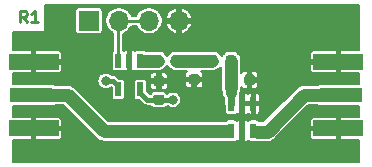
<source format=gtl>
G04 #@! TF.GenerationSoftware,KiCad,Pcbnew,5.1.6-c6e7f7d~86~ubuntu18.04.1*
G04 #@! TF.CreationDate,2020-07-08T22:54:29-04:00*
G04 #@! TF.ProjectId,rf-detector,72662d64-6574-4656-9374-6f722e6b6963,rev?*
G04 #@! TF.SameCoordinates,Original*
G04 #@! TF.FileFunction,Copper,L1,Top*
G04 #@! TF.FilePolarity,Positive*
%FSLAX46Y46*%
G04 Gerber Fmt 4.6, Leading zero omitted, Abs format (unit mm)*
G04 Created by KiCad (PCBNEW 5.1.6-c6e7f7d~86~ubuntu18.04.1) date 2020-07-08 22:54:29*
%MOMM*%
%LPD*%
G01*
G04 APERTURE LIST*
G04 #@! TA.AperFunction,NonConductor*
%ADD10C,0.250000*%
G04 #@! TD*
G04 #@! TA.AperFunction,SMDPad,CuDef*
%ADD11R,0.508000X1.219200*%
G04 #@! TD*
G04 #@! TA.AperFunction,ComponentPad*
%ADD12R,1.700000X1.700000*%
G04 #@! TD*
G04 #@! TA.AperFunction,ComponentPad*
%ADD13O,1.700000X1.700000*%
G04 #@! TD*
G04 #@! TA.AperFunction,SMDPad,CuDef*
%ADD14R,0.508000X1.270000*%
G04 #@! TD*
G04 #@! TA.AperFunction,SMDPad,CuDef*
%ADD15R,4.200000X1.350000*%
G04 #@! TD*
G04 #@! TA.AperFunction,SMDPad,CuDef*
%ADD16R,3.600000X1.270000*%
G04 #@! TD*
G04 #@! TA.AperFunction,ViaPad*
%ADD17C,0.800000*%
G04 #@! TD*
G04 #@! TA.AperFunction,Conductor*
%ADD18C,1.140000*%
G04 #@! TD*
G04 #@! TA.AperFunction,Conductor*
%ADD19C,0.904000*%
G04 #@! TD*
G04 #@! TA.AperFunction,Conductor*
%ADD20C,0.400000*%
G04 #@! TD*
G04 #@! TA.AperFunction,Conductor*
%ADD21C,0.250000*%
G04 #@! TD*
G04 #@! TA.AperFunction,Conductor*
%ADD22C,0.900000*%
G04 #@! TD*
G04 #@! TA.AperFunction,Conductor*
%ADD23C,0.600000*%
G04 #@! TD*
G04 #@! TA.AperFunction,Conductor*
%ADD24C,0.200000*%
G04 #@! TD*
G04 APERTURE END LIST*
D10*
X98533333Y-88852380D02*
X98200000Y-88376190D01*
X97961904Y-88852380D02*
X97961904Y-87852380D01*
X98342857Y-87852380D01*
X98438095Y-87900000D01*
X98485714Y-87947619D01*
X98533333Y-88042857D01*
X98533333Y-88185714D01*
X98485714Y-88280952D01*
X98438095Y-88328571D01*
X98342857Y-88376190D01*
X97961904Y-88376190D01*
X99485714Y-88852380D02*
X98914285Y-88852380D01*
X99200000Y-88852380D02*
X99200000Y-87852380D01*
X99104761Y-87995238D01*
X99009523Y-88090476D01*
X98914285Y-88138095D01*
G04 #@! TO.P,C2,1*
G04 #@! TO.N,GND*
G04 #@! TA.AperFunction,SMDPad,CuDef*
G36*
G01*
X109443750Y-93375000D02*
X109956250Y-93375000D01*
G75*
G02*
X110175000Y-93593750I0J-218750D01*
G01*
X110175000Y-94031250D01*
G75*
G02*
X109956250Y-94250000I-218750J0D01*
G01*
X109443750Y-94250000D01*
G75*
G02*
X109225000Y-94031250I0J218750D01*
G01*
X109225000Y-93593750D01*
G75*
G02*
X109443750Y-93375000I218750J0D01*
G01*
G37*
G04 #@! TD.AperFunction*
G04 #@! TO.P,C2,2*
G04 #@! TO.N,ENABLE*
G04 #@! TA.AperFunction,SMDPad,CuDef*
G36*
G01*
X109443750Y-94950000D02*
X109956250Y-94950000D01*
G75*
G02*
X110175000Y-95168750I0J-218750D01*
G01*
X110175000Y-95606250D01*
G75*
G02*
X109956250Y-95825000I-218750J0D01*
G01*
X109443750Y-95825000D01*
G75*
G02*
X109225000Y-95606250I0J218750D01*
G01*
X109225000Y-95168750D01*
G75*
G02*
X109443750Y-94950000I218750J0D01*
G01*
G37*
G04 #@! TD.AperFunction*
G04 #@! TD*
D11*
G04 #@! TO.P,U2,1*
G04 #@! TO.N,Net-(C1-Pad1)*
X108139800Y-92080800D03*
G04 #@! TO.P,U2,2*
G04 #@! TO.N,GND*
X107200000Y-92080800D03*
G04 #@! TO.P,U2,3*
G04 #@! TO.N,ENABLE*
X106260200Y-92080800D03*
G04 #@! TO.P,U2,4*
G04 #@! TO.N,RF_POW*
X106260200Y-94519200D03*
G04 #@! TO.P,U2,5*
G04 #@! TO.N,ENABLE*
X108139800Y-94519200D03*
G04 #@! TD*
D12*
G04 #@! TO.P,J3,1*
G04 #@! TO.N,RF_POW*
X103780000Y-88710000D03*
D13*
G04 #@! TO.P,J3,2*
G04 #@! TO.N,ENABLE*
X106320000Y-88710000D03*
G04 #@! TO.P,J3,3*
X108860000Y-88710000D03*
G04 #@! TO.P,J3,4*
G04 #@! TO.N,GND*
X111400000Y-88710000D03*
G04 #@! TD*
G04 #@! TO.P,C1,1*
G04 #@! TO.N,Net-(C1-Pad1)*
G04 #@! TA.AperFunction,SMDPad,CuDef*
G36*
G01*
X109175000Y-92356250D02*
X109175000Y-91843750D01*
G75*
G02*
X109393750Y-91625000I218750J0D01*
G01*
X109831250Y-91625000D01*
G75*
G02*
X110050000Y-91843750I0J-218750D01*
G01*
X110050000Y-92356250D01*
G75*
G02*
X109831250Y-92575000I-218750J0D01*
G01*
X109393750Y-92575000D01*
G75*
G02*
X109175000Y-92356250I0J218750D01*
G01*
G37*
G04 #@! TD.AperFunction*
G04 #@! TO.P,C1,2*
G04 #@! TO.N,Net-(C1-Pad2)*
G04 #@! TA.AperFunction,SMDPad,CuDef*
G36*
G01*
X110750000Y-92356250D02*
X110750000Y-91843750D01*
G75*
G02*
X110968750Y-91625000I218750J0D01*
G01*
X111406250Y-91625000D01*
G75*
G02*
X111625000Y-91843750I0J-218750D01*
G01*
X111625000Y-92356250D01*
G75*
G02*
X111406250Y-92575000I-218750J0D01*
G01*
X110968750Y-92575000D01*
G75*
G02*
X110750000Y-92356250I0J218750D01*
G01*
G37*
G04 #@! TD.AperFunction*
G04 #@! TD*
G04 #@! TO.P,R1,1*
G04 #@! TO.N,Net-(R1-Pad1)*
G04 #@! TA.AperFunction,SMDPad,CuDef*
G36*
G01*
X115375000Y-93956250D02*
X115375000Y-93443750D01*
G75*
G02*
X115593750Y-93225000I218750J0D01*
G01*
X116031250Y-93225000D01*
G75*
G02*
X116250000Y-93443750I0J-218750D01*
G01*
X116250000Y-93956250D01*
G75*
G02*
X116031250Y-94175000I-218750J0D01*
G01*
X115593750Y-94175000D01*
G75*
G02*
X115375000Y-93956250I0J218750D01*
G01*
G37*
G04 #@! TD.AperFunction*
G04 #@! TO.P,R1,2*
G04 #@! TO.N,GND*
G04 #@! TA.AperFunction,SMDPad,CuDef*
G36*
G01*
X116950000Y-93956250D02*
X116950000Y-93443750D01*
G75*
G02*
X117168750Y-93225000I218750J0D01*
G01*
X117606250Y-93225000D01*
G75*
G02*
X117825000Y-93443750I0J-218750D01*
G01*
X117825000Y-93956250D01*
G75*
G02*
X117606250Y-94175000I-218750J0D01*
G01*
X117168750Y-94175000D01*
G75*
G02*
X116950000Y-93956250I0J218750D01*
G01*
G37*
G04 #@! TD.AperFunction*
G04 #@! TD*
G04 #@! TO.P,R3,1*
G04 #@! TO.N,Net-(C1-Pad2)*
G04 #@! TA.AperFunction,SMDPad,CuDef*
G36*
G01*
X113795000Y-92356250D02*
X113795000Y-91843750D01*
G75*
G02*
X114013750Y-91625000I218750J0D01*
G01*
X114451250Y-91625000D01*
G75*
G02*
X114670000Y-91843750I0J-218750D01*
G01*
X114670000Y-92356250D01*
G75*
G02*
X114451250Y-92575000I-218750J0D01*
G01*
X114013750Y-92575000D01*
G75*
G02*
X113795000Y-92356250I0J218750D01*
G01*
G37*
G04 #@! TD.AperFunction*
G04 #@! TO.P,R3,2*
G04 #@! TO.N,Net-(R1-Pad1)*
G04 #@! TA.AperFunction,SMDPad,CuDef*
G36*
G01*
X115370000Y-92356250D02*
X115370000Y-91843750D01*
G75*
G02*
X115588750Y-91625000I218750J0D01*
G01*
X116026250Y-91625000D01*
G75*
G02*
X116245000Y-91843750I0J-218750D01*
G01*
X116245000Y-92356250D01*
G75*
G02*
X116026250Y-92575000I-218750J0D01*
G01*
X115588750Y-92575000D01*
G75*
G02*
X115370000Y-92356250I0J218750D01*
G01*
G37*
G04 #@! TD.AperFunction*
G04 #@! TD*
G04 #@! TO.P,R4,2*
G04 #@! TO.N,Net-(C1-Pad2)*
G04 #@! TA.AperFunction,SMDPad,CuDef*
G36*
G01*
X112956250Y-92550000D02*
X112443750Y-92550000D01*
G75*
G02*
X112225000Y-92331250I0J218750D01*
G01*
X112225000Y-91893750D01*
G75*
G02*
X112443750Y-91675000I218750J0D01*
G01*
X112956250Y-91675000D01*
G75*
G02*
X113175000Y-91893750I0J-218750D01*
G01*
X113175000Y-92331250D01*
G75*
G02*
X112956250Y-92550000I-218750J0D01*
G01*
G37*
G04 #@! TD.AperFunction*
G04 #@! TO.P,R4,1*
G04 #@! TO.N,GND*
G04 #@! TA.AperFunction,SMDPad,CuDef*
G36*
G01*
X112956250Y-94125000D02*
X112443750Y-94125000D01*
G75*
G02*
X112225000Y-93906250I0J218750D01*
G01*
X112225000Y-93468750D01*
G75*
G02*
X112443750Y-93250000I218750J0D01*
G01*
X112956250Y-93250000D01*
G75*
G02*
X113175000Y-93468750I0J-218750D01*
G01*
X113175000Y-93906250D01*
G75*
G02*
X112956250Y-94125000I-218750J0D01*
G01*
G37*
G04 #@! TD.AperFunction*
G04 #@! TD*
D14*
G04 #@! TO.P,U1,5*
G04 #@! TO.N,GND*
X116760200Y-98000000D03*
G04 #@! TO.P,U1,4*
G04 #@! TO.N,Net-(J1-Pad1)*
X115820400Y-98000000D03*
G04 #@! TO.P,U1,6*
G04 #@! TO.N,Net-(J2-Pad1)*
X117700000Y-98000000D03*
G04 #@! TO.P,U1,1*
G04 #@! TO.N,GND*
X117700000Y-95714000D03*
G04 #@! TO.P,U1,2*
X116760200Y-95714000D03*
G04 #@! TO.P,U1,3*
G04 #@! TO.N,Net-(R1-Pad1)*
X115820400Y-95714000D03*
G04 #@! TD*
D15*
G04 #@! TO.P,J1,2*
G04 #@! TO.N,GND*
X99100000Y-92175000D03*
X99100000Y-97825000D03*
D16*
G04 #@! TO.P,J1,1*
G04 #@! TO.N,Net-(J1-Pad1)*
X98900000Y-95000000D03*
G04 #@! TD*
G04 #@! TO.P,J2,1*
G04 #@! TO.N,Net-(J2-Pad1)*
X125100000Y-95000000D03*
D15*
G04 #@! TO.P,J2,2*
G04 #@! TO.N,GND*
X124900000Y-92175000D03*
X124900000Y-97825000D03*
G04 #@! TD*
D17*
G04 #@! TO.N,GND*
X116750000Y-96850000D03*
X114880000Y-96800000D03*
X118610000Y-96690000D03*
X118710000Y-93720000D03*
X117370000Y-92330000D03*
X114510000Y-93410000D03*
X114500000Y-94680000D03*
X112730000Y-95000000D03*
X111320000Y-93610000D03*
X99100000Y-90700000D03*
X102000000Y-92100000D03*
X99100000Y-93590000D03*
X99190000Y-96400000D03*
X102110000Y-96840000D03*
X99140000Y-99270000D03*
X124890000Y-90550000D03*
X121930000Y-92090000D03*
X124900000Y-93600000D03*
X124890000Y-96380000D03*
X122100000Y-97800000D03*
X124850000Y-99200000D03*
X123510000Y-96430000D03*
X122200000Y-96500000D03*
X120570000Y-98150000D03*
X119560000Y-99110000D03*
X118330000Y-99320000D03*
X123540000Y-93610000D03*
X122010000Y-93750000D03*
X120690000Y-94560000D03*
X119690000Y-95570000D03*
X116770000Y-99300000D03*
X115210000Y-99300000D03*
X113910000Y-99290000D03*
X112570000Y-99290000D03*
X111170000Y-99310000D03*
X109600000Y-99300000D03*
X108040000Y-99300000D03*
X106430000Y-99330000D03*
X105020000Y-99310000D03*
X103870000Y-98580000D03*
X103060000Y-97790000D03*
X101380000Y-96230000D03*
X101410000Y-93770000D03*
X102690000Y-93930000D03*
X103530000Y-94820000D03*
X104390000Y-95670000D03*
X105300000Y-96580000D03*
X106590000Y-96870000D03*
X108190000Y-96860000D03*
X109720000Y-96870000D03*
X111490000Y-96860000D03*
X113270000Y-96850000D03*
X100570000Y-99280000D03*
X101920000Y-98940000D03*
X100400000Y-90700000D03*
X101600000Y-90900000D03*
X126110000Y-90520000D03*
X122300000Y-90700000D03*
X123590000Y-90550000D03*
X122200000Y-99000000D03*
X123400000Y-99200000D03*
X126100000Y-99200000D03*
X126110000Y-96390000D03*
X126110000Y-93590000D03*
X97870000Y-93620000D03*
X97840000Y-96390000D03*
X97930000Y-99310000D03*
X100290000Y-96360000D03*
X100260000Y-93590000D03*
X97900000Y-90700000D03*
X108160000Y-90760000D03*
X110410000Y-90780000D03*
X111750000Y-90760000D03*
X112990000Y-90760000D03*
X114340000Y-90810000D03*
X115460000Y-90800000D03*
X116710000Y-91040000D03*
X107190000Y-90780000D03*
X107200000Y-93500000D03*
X102000000Y-97800000D03*
X121440000Y-97300000D03*
X126200000Y-87900000D03*
X119500000Y-91100000D03*
X123300000Y-88700000D03*
X119400000Y-88100000D03*
X113900000Y-88200000D03*
X118200000Y-89000000D03*
X101500000Y-87800000D03*
X105000000Y-90700000D03*
X121000000Y-99900000D03*
X103200000Y-99800000D03*
G04 #@! TO.N,RF_POW*
X105200000Y-93800000D03*
G04 #@! TO.N,ENABLE*
X110900000Y-95400000D03*
G04 #@! TD*
D18*
G04 #@! TO.N,Net-(C1-Pad1)*
X109612500Y-92100000D02*
X108400000Y-92100000D01*
D19*
G04 #@! TO.N,Net-(C1-Pad2)*
X112712500Y-92100000D02*
X112700000Y-92112500D01*
D18*
X114232500Y-92100000D02*
X112712500Y-92100000D01*
D19*
X112687500Y-92100000D02*
X112700000Y-92112500D01*
D18*
X111187500Y-92100000D02*
X112687500Y-92100000D01*
G04 #@! TO.N,Net-(J1-Pad1)*
X101980001Y-95000000D02*
X101220000Y-95000000D01*
X105040001Y-98060000D02*
X101980001Y-95000000D01*
X115500000Y-98060000D02*
X105040001Y-98060000D01*
X101220000Y-95000000D02*
X98900000Y-95000000D01*
G04 #@! TO.N,Net-(J2-Pad1)*
X118900000Y-98100000D02*
X118000000Y-98100000D01*
X122000000Y-95000000D02*
X125100000Y-95000000D01*
X118900000Y-98100000D02*
X122000000Y-95000000D01*
D20*
G04 #@! TO.N,RF_POW*
X105200000Y-93800000D02*
X105800000Y-93800000D01*
X106260200Y-94260200D02*
X106260200Y-94519200D01*
X105800000Y-93800000D02*
X106260200Y-94260200D01*
G04 #@! TO.N,ENABLE*
X108139800Y-94519200D02*
X108139800Y-94819800D01*
X108707500Y-95387500D02*
X109700000Y-95387500D01*
X108139800Y-94819800D02*
X108707500Y-95387500D01*
D21*
X106260200Y-88769800D02*
X106320000Y-88710000D01*
X106260200Y-92080800D02*
X106260200Y-88769800D01*
X106320000Y-88710000D02*
X108860000Y-88710000D01*
D20*
X109712500Y-95400000D02*
X109700000Y-95387500D01*
X110900000Y-95400000D02*
X109712500Y-95400000D01*
D18*
G04 #@! TO.N,Net-(R1-Pad1)*
X115807500Y-92100000D02*
X115807500Y-93695000D01*
D22*
X115812500Y-94842500D02*
X115820400Y-94850400D01*
D23*
X115820400Y-95714000D02*
X115820400Y-94850400D01*
D18*
X115812500Y-94386698D02*
X115812500Y-94052500D01*
X115812500Y-93700000D02*
X115812500Y-94386698D01*
D22*
X115812500Y-94052500D02*
X115812500Y-94842500D01*
G04 #@! TD*
D24*
G04 #@! TO.N,GND*
G36*
X126650000Y-91198820D02*
G01*
X125129000Y-91200000D01*
X125054000Y-91275000D01*
X125054000Y-92021000D01*
X125074000Y-92021000D01*
X125074000Y-92329000D01*
X125054000Y-92329000D01*
X125054000Y-93075000D01*
X125129000Y-93150000D01*
X126650000Y-93151180D01*
X126650001Y-94063549D01*
X123300000Y-94063549D01*
X123241190Y-94069341D01*
X123184640Y-94086496D01*
X123132523Y-94114353D01*
X123113457Y-94130000D01*
X122042723Y-94130000D01*
X121999999Y-94125792D01*
X121957275Y-94130000D01*
X121957266Y-94130000D01*
X121829450Y-94142589D01*
X121665455Y-94192336D01*
X121621404Y-94215882D01*
X121514315Y-94273122D01*
X121415034Y-94354600D01*
X121381841Y-94381841D01*
X121354602Y-94415032D01*
X118539635Y-97230000D01*
X118222006Y-97230000D01*
X118204647Y-97197523D01*
X118167158Y-97151842D01*
X118121477Y-97114353D01*
X118069360Y-97086496D01*
X118012810Y-97069341D01*
X117954000Y-97063549D01*
X117446000Y-97063549D01*
X117387190Y-97069341D01*
X117330640Y-97086496D01*
X117278523Y-97114353D01*
X117232842Y-97151842D01*
X117230101Y-97155182D01*
X117227359Y-97151841D01*
X117181678Y-97114352D01*
X117129561Y-97086495D01*
X117073010Y-97069340D01*
X117014200Y-97063548D01*
X116989200Y-97065000D01*
X116914200Y-97140000D01*
X116914200Y-97846000D01*
X116934200Y-97846000D01*
X116934200Y-98154000D01*
X116914200Y-98154000D01*
X116914200Y-98860000D01*
X116989200Y-98935000D01*
X117014200Y-98936452D01*
X117073010Y-98930660D01*
X117129561Y-98913505D01*
X117181678Y-98885648D01*
X117227359Y-98848159D01*
X117230101Y-98844818D01*
X117232842Y-98848158D01*
X117278523Y-98885647D01*
X117330640Y-98913504D01*
X117387190Y-98930659D01*
X117446000Y-98936451D01*
X117760354Y-98936451D01*
X117829450Y-98957411D01*
X117957266Y-98970000D01*
X118857276Y-98970000D01*
X118900000Y-98974208D01*
X118942724Y-98970000D01*
X118942734Y-98970000D01*
X119070550Y-98957411D01*
X119234545Y-98907664D01*
X119385684Y-98826878D01*
X119518159Y-98718159D01*
X119545403Y-98684962D01*
X119730365Y-98500000D01*
X122498548Y-98500000D01*
X122504340Y-98558810D01*
X122521495Y-98615361D01*
X122549352Y-98667478D01*
X122586841Y-98713159D01*
X122632522Y-98750648D01*
X122684639Y-98778505D01*
X122741190Y-98795660D01*
X122800000Y-98801452D01*
X124671000Y-98800000D01*
X124746000Y-98725000D01*
X124746000Y-97979000D01*
X122575000Y-97979000D01*
X122500000Y-98054000D01*
X122498548Y-98500000D01*
X119730365Y-98500000D01*
X121080365Y-97150000D01*
X122498548Y-97150000D01*
X122500000Y-97596000D01*
X122575000Y-97671000D01*
X124746000Y-97671000D01*
X124746000Y-96925000D01*
X124671000Y-96850000D01*
X122800000Y-96848548D01*
X122741190Y-96854340D01*
X122684639Y-96871495D01*
X122632522Y-96899352D01*
X122586841Y-96936841D01*
X122549352Y-96982522D01*
X122521495Y-97034639D01*
X122504340Y-97091190D01*
X122498548Y-97150000D01*
X121080365Y-97150000D01*
X122360366Y-95870000D01*
X123113457Y-95870000D01*
X123132523Y-95885647D01*
X123184640Y-95913504D01*
X123241190Y-95930659D01*
X123300000Y-95936451D01*
X126650001Y-95936451D01*
X126650001Y-96848820D01*
X125129000Y-96850000D01*
X125054000Y-96925000D01*
X125054000Y-97671000D01*
X125074000Y-97671000D01*
X125074000Y-97979000D01*
X125054000Y-97979000D01*
X125054000Y-98725000D01*
X125129000Y-98800000D01*
X126650001Y-98801180D01*
X126650001Y-100650000D01*
X97350000Y-100650000D01*
X97350000Y-98801180D01*
X98871000Y-98800000D01*
X98946000Y-98725000D01*
X98946000Y-97979000D01*
X99254000Y-97979000D01*
X99254000Y-98725000D01*
X99329000Y-98800000D01*
X101200000Y-98801452D01*
X101258810Y-98795660D01*
X101315361Y-98778505D01*
X101367478Y-98750648D01*
X101413159Y-98713159D01*
X101450648Y-98667478D01*
X101478505Y-98615361D01*
X101495660Y-98558810D01*
X101501452Y-98500000D01*
X101500000Y-98054000D01*
X101425000Y-97979000D01*
X99254000Y-97979000D01*
X98946000Y-97979000D01*
X98926000Y-97979000D01*
X98926000Y-97671000D01*
X98946000Y-97671000D01*
X98946000Y-96925000D01*
X99254000Y-96925000D01*
X99254000Y-97671000D01*
X101425000Y-97671000D01*
X101500000Y-97596000D01*
X101501452Y-97150000D01*
X101495660Y-97091190D01*
X101478505Y-97034639D01*
X101450648Y-96982522D01*
X101413159Y-96936841D01*
X101367478Y-96899352D01*
X101315361Y-96871495D01*
X101258810Y-96854340D01*
X101200000Y-96848548D01*
X99329000Y-96850000D01*
X99254000Y-96925000D01*
X98946000Y-96925000D01*
X98871000Y-96850000D01*
X97350000Y-96848820D01*
X97350000Y-95936451D01*
X100700000Y-95936451D01*
X100758810Y-95930659D01*
X100815360Y-95913504D01*
X100867477Y-95885647D01*
X100886543Y-95870000D01*
X101619636Y-95870000D01*
X104394603Y-98644968D01*
X104421842Y-98678159D01*
X104455033Y-98705398D01*
X104455035Y-98705400D01*
X104554317Y-98786878D01*
X104705455Y-98867664D01*
X104869451Y-98917411D01*
X105040001Y-98934209D01*
X105082735Y-98930000D01*
X115505418Y-98930000D01*
X115507590Y-98930659D01*
X115566400Y-98936451D01*
X116074400Y-98936451D01*
X116133210Y-98930659D01*
X116189760Y-98913504D01*
X116241877Y-98885647D01*
X116287558Y-98848158D01*
X116290299Y-98844818D01*
X116293041Y-98848159D01*
X116338722Y-98885648D01*
X116390839Y-98913505D01*
X116447390Y-98930660D01*
X116506200Y-98936452D01*
X116531200Y-98935000D01*
X116606200Y-98860000D01*
X116606200Y-98154000D01*
X116586200Y-98154000D01*
X116586200Y-97846000D01*
X116606200Y-97846000D01*
X116606200Y-97140000D01*
X116531200Y-97065000D01*
X116506200Y-97063548D01*
X116447390Y-97069340D01*
X116390839Y-97086495D01*
X116338722Y-97114352D01*
X116293041Y-97151841D01*
X116290299Y-97155182D01*
X116287558Y-97151842D01*
X116241877Y-97114353D01*
X116189760Y-97086496D01*
X116133210Y-97069341D01*
X116074400Y-97063549D01*
X115566400Y-97063549D01*
X115507590Y-97069341D01*
X115451040Y-97086496D01*
X115398923Y-97114353D01*
X115353242Y-97151842D01*
X115321927Y-97190000D01*
X105400367Y-97190000D01*
X102625404Y-94415038D01*
X102598160Y-94381841D01*
X102465685Y-94273122D01*
X102314546Y-94192336D01*
X102150551Y-94142589D01*
X102022735Y-94130000D01*
X102022725Y-94130000D01*
X101980001Y-94125792D01*
X101937277Y-94130000D01*
X100886543Y-94130000D01*
X100867477Y-94114353D01*
X100815360Y-94086496D01*
X100758810Y-94069341D01*
X100700000Y-94063549D01*
X97350000Y-94063549D01*
X97350000Y-93731056D01*
X104500000Y-93731056D01*
X104500000Y-93868944D01*
X104526901Y-94004182D01*
X104579668Y-94131574D01*
X104656274Y-94246224D01*
X104753776Y-94343726D01*
X104868426Y-94420332D01*
X104995818Y-94473099D01*
X105131056Y-94500000D01*
X105268944Y-94500000D01*
X105404182Y-94473099D01*
X105531574Y-94420332D01*
X105640467Y-94347573D01*
X105704749Y-94411855D01*
X105704749Y-95128800D01*
X105710541Y-95187610D01*
X105727696Y-95244160D01*
X105755553Y-95296277D01*
X105793042Y-95341958D01*
X105838723Y-95379447D01*
X105890840Y-95407304D01*
X105947390Y-95424459D01*
X106006200Y-95430251D01*
X106514200Y-95430251D01*
X106573010Y-95424459D01*
X106629560Y-95407304D01*
X106681677Y-95379447D01*
X106727358Y-95341958D01*
X106764847Y-95296277D01*
X106792704Y-95244160D01*
X106809859Y-95187610D01*
X106815651Y-95128800D01*
X106815651Y-93909600D01*
X107584349Y-93909600D01*
X107584349Y-95128800D01*
X107590141Y-95187610D01*
X107607296Y-95244160D01*
X107635153Y-95296277D01*
X107672642Y-95341958D01*
X107718323Y-95379447D01*
X107770440Y-95407304D01*
X107826990Y-95424459D01*
X107885800Y-95430251D01*
X108043146Y-95430251D01*
X108336575Y-95723681D01*
X108352236Y-95742764D01*
X108428371Y-95805246D01*
X108515233Y-95851675D01*
X108556441Y-95864175D01*
X108609482Y-95880265D01*
X108707499Y-95889919D01*
X108732059Y-95887500D01*
X109007072Y-95887500D01*
X109011219Y-95895258D01*
X109075912Y-95974088D01*
X109154742Y-96038781D01*
X109244678Y-96086853D01*
X109342264Y-96116455D01*
X109443750Y-96126451D01*
X109956250Y-96126451D01*
X110057736Y-96116455D01*
X110155322Y-96086853D01*
X110245258Y-96038781D01*
X110324088Y-95974088D01*
X110384889Y-95900000D01*
X110410050Y-95900000D01*
X110453776Y-95943726D01*
X110568426Y-96020332D01*
X110695818Y-96073099D01*
X110831056Y-96100000D01*
X110968944Y-96100000D01*
X111104182Y-96073099D01*
X111231574Y-96020332D01*
X111346224Y-95943726D01*
X111443726Y-95846224D01*
X111520332Y-95731574D01*
X111573099Y-95604182D01*
X111600000Y-95468944D01*
X111600000Y-95331056D01*
X111573099Y-95195818D01*
X111520332Y-95068426D01*
X111443726Y-94953776D01*
X111346224Y-94856274D01*
X111231574Y-94779668D01*
X111104182Y-94726901D01*
X110968944Y-94700000D01*
X110831056Y-94700000D01*
X110695818Y-94726901D01*
X110568426Y-94779668D01*
X110453776Y-94856274D01*
X110410050Y-94900000D01*
X110399609Y-94900000D01*
X110388781Y-94879742D01*
X110324088Y-94800912D01*
X110245258Y-94736219D01*
X110155322Y-94688147D01*
X110057736Y-94658545D01*
X109956250Y-94648549D01*
X109443750Y-94648549D01*
X109342264Y-94658545D01*
X109244678Y-94688147D01*
X109154742Y-94736219D01*
X109075912Y-94800912D01*
X109011219Y-94879742D01*
X109007072Y-94887500D01*
X108914606Y-94887500D01*
X108695251Y-94668146D01*
X108695251Y-94250000D01*
X108923548Y-94250000D01*
X108929340Y-94308810D01*
X108946495Y-94365361D01*
X108974352Y-94417478D01*
X109011841Y-94463159D01*
X109057522Y-94500648D01*
X109109639Y-94528505D01*
X109166190Y-94545660D01*
X109225000Y-94551452D01*
X109471000Y-94550000D01*
X109546000Y-94475000D01*
X109546000Y-93966500D01*
X109854000Y-93966500D01*
X109854000Y-94475000D01*
X109929000Y-94550000D01*
X110175000Y-94551452D01*
X110233810Y-94545660D01*
X110290361Y-94528505D01*
X110342478Y-94500648D01*
X110388159Y-94463159D01*
X110425648Y-94417478D01*
X110453505Y-94365361D01*
X110470660Y-94308810D01*
X110476452Y-94250000D01*
X110475582Y-94125000D01*
X111923548Y-94125000D01*
X111929340Y-94183810D01*
X111946495Y-94240361D01*
X111974352Y-94292478D01*
X112011841Y-94338159D01*
X112057522Y-94375648D01*
X112109639Y-94403505D01*
X112166190Y-94420660D01*
X112225000Y-94426452D01*
X112471000Y-94425000D01*
X112546000Y-94350000D01*
X112546000Y-93841500D01*
X112854000Y-93841500D01*
X112854000Y-94350000D01*
X112929000Y-94425000D01*
X113175000Y-94426452D01*
X113233810Y-94420660D01*
X113290361Y-94403505D01*
X113342478Y-94375648D01*
X113388159Y-94338159D01*
X113425648Y-94292478D01*
X113453505Y-94240361D01*
X113470660Y-94183810D01*
X113476452Y-94125000D01*
X113475000Y-93916500D01*
X113400000Y-93841500D01*
X112854000Y-93841500D01*
X112546000Y-93841500D01*
X112000000Y-93841500D01*
X111925000Y-93916500D01*
X111923548Y-94125000D01*
X110475582Y-94125000D01*
X110475000Y-94041500D01*
X110400000Y-93966500D01*
X109854000Y-93966500D01*
X109546000Y-93966500D01*
X109000000Y-93966500D01*
X108925000Y-94041500D01*
X108923548Y-94250000D01*
X108695251Y-94250000D01*
X108695251Y-93909600D01*
X108689459Y-93850790D01*
X108672304Y-93794240D01*
X108644447Y-93742123D01*
X108606958Y-93696442D01*
X108561277Y-93658953D01*
X108509160Y-93631096D01*
X108452610Y-93613941D01*
X108393800Y-93608149D01*
X107885800Y-93608149D01*
X107826990Y-93613941D01*
X107770440Y-93631096D01*
X107718323Y-93658953D01*
X107672642Y-93696442D01*
X107635153Y-93742123D01*
X107607296Y-93794240D01*
X107590141Y-93850790D01*
X107584349Y-93909600D01*
X106815651Y-93909600D01*
X106809859Y-93850790D01*
X106792704Y-93794240D01*
X106764847Y-93742123D01*
X106727358Y-93696442D01*
X106681677Y-93658953D01*
X106629560Y-93631096D01*
X106573010Y-93613941D01*
X106514200Y-93608149D01*
X106315254Y-93608149D01*
X106170929Y-93463824D01*
X106155264Y-93444736D01*
X106079129Y-93382254D01*
X106065558Y-93375000D01*
X108923548Y-93375000D01*
X108925000Y-93583500D01*
X109000000Y-93658500D01*
X109546000Y-93658500D01*
X109546000Y-93150000D01*
X109854000Y-93150000D01*
X109854000Y-93658500D01*
X110400000Y-93658500D01*
X110475000Y-93583500D01*
X110476452Y-93375000D01*
X110470660Y-93316190D01*
X110453505Y-93259639D01*
X110425648Y-93207522D01*
X110388159Y-93161841D01*
X110342478Y-93124352D01*
X110290361Y-93096495D01*
X110233810Y-93079340D01*
X110175000Y-93073548D01*
X109929000Y-93075000D01*
X109854000Y-93150000D01*
X109546000Y-93150000D01*
X109471000Y-93075000D01*
X109225000Y-93073548D01*
X109166190Y-93079340D01*
X109109639Y-93096495D01*
X109057522Y-93124352D01*
X109011841Y-93161841D01*
X108974352Y-93207522D01*
X108946495Y-93259639D01*
X108929340Y-93316190D01*
X108923548Y-93375000D01*
X106065558Y-93375000D01*
X105992267Y-93335825D01*
X105898017Y-93307235D01*
X105824560Y-93300000D01*
X105800000Y-93297581D01*
X105775440Y-93300000D01*
X105689950Y-93300000D01*
X105646224Y-93256274D01*
X105531574Y-93179668D01*
X105404182Y-93126901D01*
X105268944Y-93100000D01*
X105131056Y-93100000D01*
X104995818Y-93126901D01*
X104868426Y-93179668D01*
X104753776Y-93256274D01*
X104656274Y-93353776D01*
X104579668Y-93468426D01*
X104526901Y-93595818D01*
X104500000Y-93731056D01*
X97350000Y-93731056D01*
X97350000Y-93151180D01*
X98871000Y-93150000D01*
X98946000Y-93075000D01*
X98946000Y-92329000D01*
X99254000Y-92329000D01*
X99254000Y-93075000D01*
X99329000Y-93150000D01*
X101200000Y-93151452D01*
X101258810Y-93145660D01*
X101315361Y-93128505D01*
X101367478Y-93100648D01*
X101413159Y-93063159D01*
X101450648Y-93017478D01*
X101478505Y-92965361D01*
X101495660Y-92908810D01*
X101501452Y-92850000D01*
X101500000Y-92404000D01*
X101425000Y-92329000D01*
X99254000Y-92329000D01*
X98946000Y-92329000D01*
X98926000Y-92329000D01*
X98926000Y-92021000D01*
X98946000Y-92021000D01*
X98946000Y-91275000D01*
X99254000Y-91275000D01*
X99254000Y-92021000D01*
X101425000Y-92021000D01*
X101500000Y-91946000D01*
X101501452Y-91500000D01*
X101495660Y-91441190D01*
X101478505Y-91384639D01*
X101450648Y-91332522D01*
X101413159Y-91286841D01*
X101367478Y-91249352D01*
X101315361Y-91221495D01*
X101258810Y-91204340D01*
X101200000Y-91198548D01*
X99329000Y-91200000D01*
X99254000Y-91275000D01*
X98946000Y-91275000D01*
X98871000Y-91200000D01*
X97350000Y-91198820D01*
X97350000Y-89667500D01*
X100101191Y-89667500D01*
X100101191Y-87860000D01*
X102628549Y-87860000D01*
X102628549Y-89560000D01*
X102634341Y-89618810D01*
X102651496Y-89675360D01*
X102679353Y-89727477D01*
X102716842Y-89773158D01*
X102762523Y-89810647D01*
X102814640Y-89838504D01*
X102871190Y-89855659D01*
X102930000Y-89861451D01*
X104630000Y-89861451D01*
X104688810Y-89855659D01*
X104745360Y-89838504D01*
X104797477Y-89810647D01*
X104843158Y-89773158D01*
X104880647Y-89727477D01*
X104908504Y-89675360D01*
X104925659Y-89618810D01*
X104931451Y-89560000D01*
X104931451Y-88596735D01*
X105170000Y-88596735D01*
X105170000Y-88823265D01*
X105214194Y-89045443D01*
X105300884Y-89254729D01*
X105426737Y-89443082D01*
X105586918Y-89603263D01*
X105775271Y-89729116D01*
X105835201Y-89753940D01*
X105835200Y-91223444D01*
X105793042Y-91258042D01*
X105755553Y-91303723D01*
X105727696Y-91355840D01*
X105710541Y-91412390D01*
X105704749Y-91471200D01*
X105704749Y-92690400D01*
X105710541Y-92749210D01*
X105727696Y-92805760D01*
X105755553Y-92857877D01*
X105793042Y-92903558D01*
X105838723Y-92941047D01*
X105890840Y-92968904D01*
X105947390Y-92986059D01*
X106006200Y-92991851D01*
X106514200Y-92991851D01*
X106573010Y-92986059D01*
X106629560Y-92968904D01*
X106681677Y-92941047D01*
X106727358Y-92903558D01*
X106730099Y-92900218D01*
X106732841Y-92903559D01*
X106778522Y-92941048D01*
X106830639Y-92968905D01*
X106887190Y-92986060D01*
X106946000Y-92991852D01*
X106971000Y-92990400D01*
X107046000Y-92915400D01*
X107046000Y-92234800D01*
X107026000Y-92234800D01*
X107026000Y-91926800D01*
X107046000Y-91926800D01*
X107046000Y-91246200D01*
X107354000Y-91246200D01*
X107354000Y-91926800D01*
X107374000Y-91926800D01*
X107374000Y-92234800D01*
X107354000Y-92234800D01*
X107354000Y-92915400D01*
X107429000Y-92990400D01*
X107454000Y-92991852D01*
X107512810Y-92986060D01*
X107569361Y-92968905D01*
X107621478Y-92941048D01*
X107667159Y-92903559D01*
X107669901Y-92900218D01*
X107672642Y-92903558D01*
X107718323Y-92941047D01*
X107770440Y-92968904D01*
X107826990Y-92986059D01*
X107885800Y-92991851D01*
X108393800Y-92991851D01*
X108452610Y-92986059D01*
X108505547Y-92970000D01*
X109655234Y-92970000D01*
X109783050Y-92957411D01*
X109947045Y-92907664D01*
X110098184Y-92826878D01*
X110230659Y-92718159D01*
X110339378Y-92585684D01*
X110400000Y-92472269D01*
X110460622Y-92585684D01*
X110569341Y-92718159D01*
X110701816Y-92826878D01*
X110852955Y-92907664D01*
X111016950Y-92957411D01*
X111144766Y-92970000D01*
X112114567Y-92970000D01*
X112109639Y-92971495D01*
X112057522Y-92999352D01*
X112011841Y-93036841D01*
X111974352Y-93082522D01*
X111946495Y-93134639D01*
X111929340Y-93191190D01*
X111923548Y-93250000D01*
X111925000Y-93458500D01*
X112000000Y-93533500D01*
X112546000Y-93533500D01*
X112546000Y-93513500D01*
X112854000Y-93513500D01*
X112854000Y-93533500D01*
X113400000Y-93533500D01*
X113475000Y-93458500D01*
X113476452Y-93250000D01*
X113470660Y-93191190D01*
X113453505Y-93134639D01*
X113425648Y-93082522D01*
X113388159Y-93036841D01*
X113342478Y-92999352D01*
X113290361Y-92971495D01*
X113285433Y-92970000D01*
X114275234Y-92970000D01*
X114403050Y-92957411D01*
X114567045Y-92907664D01*
X114718184Y-92826878D01*
X114850659Y-92718159D01*
X114937500Y-92612342D01*
X114937501Y-93737734D01*
X114942500Y-93788489D01*
X114942500Y-94429432D01*
X114955089Y-94557248D01*
X114970180Y-94606995D01*
X115004836Y-94721242D01*
X115060550Y-94825474D01*
X115058873Y-94842500D01*
X115062500Y-94879327D01*
X115062500Y-94879335D01*
X115073353Y-94989526D01*
X115076531Y-95000001D01*
X115116239Y-95130900D01*
X115137432Y-95170549D01*
X115185882Y-95261193D01*
X115214675Y-95296277D01*
X115220400Y-95303253D01*
X115220400Y-95743473D01*
X115229082Y-95831620D01*
X115263390Y-95944720D01*
X115264949Y-95947637D01*
X115264949Y-96349000D01*
X115270741Y-96407810D01*
X115287896Y-96464360D01*
X115315753Y-96516477D01*
X115353242Y-96562158D01*
X115398923Y-96599647D01*
X115451040Y-96627504D01*
X115507590Y-96644659D01*
X115566400Y-96650451D01*
X116074400Y-96650451D01*
X116133210Y-96644659D01*
X116189760Y-96627504D01*
X116241877Y-96599647D01*
X116287558Y-96562158D01*
X116290299Y-96558818D01*
X116293041Y-96562159D01*
X116338722Y-96599648D01*
X116390839Y-96627505D01*
X116447390Y-96644660D01*
X116506200Y-96650452D01*
X116531200Y-96649000D01*
X116606200Y-96574000D01*
X116606200Y-95868000D01*
X116914200Y-95868000D01*
X116914200Y-96574000D01*
X116989200Y-96649000D01*
X117014200Y-96650452D01*
X117073010Y-96644660D01*
X117129561Y-96627505D01*
X117181678Y-96599648D01*
X117227359Y-96562159D01*
X117230100Y-96558819D01*
X117232841Y-96562159D01*
X117278522Y-96599648D01*
X117330639Y-96627505D01*
X117387190Y-96644660D01*
X117446000Y-96650452D01*
X117471000Y-96649000D01*
X117546000Y-96574000D01*
X117546000Y-95868000D01*
X117854000Y-95868000D01*
X117854000Y-96574000D01*
X117929000Y-96649000D01*
X117954000Y-96650452D01*
X118012810Y-96644660D01*
X118069361Y-96627505D01*
X118121478Y-96599648D01*
X118167159Y-96562159D01*
X118204648Y-96516478D01*
X118232505Y-96464361D01*
X118249660Y-96407810D01*
X118255452Y-96349000D01*
X118254000Y-95943000D01*
X118179000Y-95868000D01*
X117854000Y-95868000D01*
X117546000Y-95868000D01*
X116914200Y-95868000D01*
X116606200Y-95868000D01*
X116586200Y-95868000D01*
X116586200Y-95560000D01*
X116606200Y-95560000D01*
X116606200Y-94854000D01*
X116914200Y-94854000D01*
X116914200Y-95560000D01*
X117546000Y-95560000D01*
X117546000Y-94854000D01*
X117854000Y-94854000D01*
X117854000Y-95560000D01*
X118179000Y-95560000D01*
X118254000Y-95485000D01*
X118255452Y-95079000D01*
X118249660Y-95020190D01*
X118232505Y-94963639D01*
X118204648Y-94911522D01*
X118167159Y-94865841D01*
X118121478Y-94828352D01*
X118069361Y-94800495D01*
X118012810Y-94783340D01*
X117954000Y-94777548D01*
X117929000Y-94779000D01*
X117854000Y-94854000D01*
X117546000Y-94854000D01*
X117471000Y-94779000D01*
X117446000Y-94777548D01*
X117387190Y-94783340D01*
X117330639Y-94800495D01*
X117278522Y-94828352D01*
X117232841Y-94865841D01*
X117230100Y-94869181D01*
X117227359Y-94865841D01*
X117181678Y-94828352D01*
X117129561Y-94800495D01*
X117073010Y-94783340D01*
X117014200Y-94777548D01*
X116989200Y-94779000D01*
X116914200Y-94854000D01*
X116606200Y-94854000D01*
X116570906Y-94818706D01*
X116570464Y-94814224D01*
X116620164Y-94721243D01*
X116669911Y-94557248D01*
X116682500Y-94429432D01*
X116682500Y-94310950D01*
X116699352Y-94342478D01*
X116736841Y-94388159D01*
X116782522Y-94425648D01*
X116834639Y-94453505D01*
X116891190Y-94470660D01*
X116950000Y-94476452D01*
X117158500Y-94475000D01*
X117233500Y-94400000D01*
X117233500Y-93854000D01*
X117541500Y-93854000D01*
X117541500Y-94400000D01*
X117616500Y-94475000D01*
X117825000Y-94476452D01*
X117883810Y-94470660D01*
X117940361Y-94453505D01*
X117992478Y-94425648D01*
X118038159Y-94388159D01*
X118075648Y-94342478D01*
X118103505Y-94290361D01*
X118120660Y-94233810D01*
X118126452Y-94175000D01*
X118125000Y-93929000D01*
X118050000Y-93854000D01*
X117541500Y-93854000D01*
X117233500Y-93854000D01*
X117213500Y-93854000D01*
X117213500Y-93546000D01*
X117233500Y-93546000D01*
X117233500Y-93000000D01*
X117541500Y-93000000D01*
X117541500Y-93546000D01*
X118050000Y-93546000D01*
X118125000Y-93471000D01*
X118126452Y-93225000D01*
X118120660Y-93166190D01*
X118103505Y-93109639D01*
X118075648Y-93057522D01*
X118038159Y-93011841D01*
X117992478Y-92974352D01*
X117940361Y-92946495D01*
X117883810Y-92929340D01*
X117825000Y-92923548D01*
X117616500Y-92925000D01*
X117541500Y-93000000D01*
X117233500Y-93000000D01*
X117158500Y-92925000D01*
X116950000Y-92923548D01*
X116891190Y-92929340D01*
X116834639Y-92946495D01*
X116782522Y-92974352D01*
X116736841Y-93011841D01*
X116699352Y-93057522D01*
X116677500Y-93098404D01*
X116677500Y-92850000D01*
X122498548Y-92850000D01*
X122504340Y-92908810D01*
X122521495Y-92965361D01*
X122549352Y-93017478D01*
X122586841Y-93063159D01*
X122632522Y-93100648D01*
X122684639Y-93128505D01*
X122741190Y-93145660D01*
X122800000Y-93151452D01*
X124671000Y-93150000D01*
X124746000Y-93075000D01*
X124746000Y-92329000D01*
X122575000Y-92329000D01*
X122500000Y-92404000D01*
X122498548Y-92850000D01*
X116677500Y-92850000D01*
X116677500Y-92057266D01*
X116664911Y-91929450D01*
X116615164Y-91765455D01*
X116534378Y-91614316D01*
X116440562Y-91500000D01*
X122498548Y-91500000D01*
X122500000Y-91946000D01*
X122575000Y-92021000D01*
X124746000Y-92021000D01*
X124746000Y-91275000D01*
X124671000Y-91200000D01*
X122800000Y-91198548D01*
X122741190Y-91204340D01*
X122684639Y-91221495D01*
X122632522Y-91249352D01*
X122586841Y-91286841D01*
X122549352Y-91332522D01*
X122521495Y-91384639D01*
X122504340Y-91441190D01*
X122498548Y-91500000D01*
X116440562Y-91500000D01*
X116425659Y-91481841D01*
X116293183Y-91373122D01*
X116142044Y-91292336D01*
X115978049Y-91242589D01*
X115807500Y-91225791D01*
X115636950Y-91242589D01*
X115472955Y-91292336D01*
X115321816Y-91373122D01*
X115189341Y-91481841D01*
X115080622Y-91614317D01*
X115020000Y-91727732D01*
X114959378Y-91614316D01*
X114850659Y-91481841D01*
X114718184Y-91373122D01*
X114567045Y-91292336D01*
X114403050Y-91242589D01*
X114275234Y-91230000D01*
X111144766Y-91230000D01*
X111016950Y-91242589D01*
X110852955Y-91292336D01*
X110701816Y-91373122D01*
X110569341Y-91481841D01*
X110460622Y-91614316D01*
X110400000Y-91727731D01*
X110339378Y-91614316D01*
X110230659Y-91481841D01*
X110098184Y-91373122D01*
X109947045Y-91292336D01*
X109783050Y-91242589D01*
X109655234Y-91230000D01*
X108572788Y-91230000D01*
X108561277Y-91220553D01*
X108509160Y-91192696D01*
X108452610Y-91175541D01*
X108393800Y-91169749D01*
X107885800Y-91169749D01*
X107826990Y-91175541D01*
X107770440Y-91192696D01*
X107718323Y-91220553D01*
X107672642Y-91258042D01*
X107669901Y-91261382D01*
X107667159Y-91258041D01*
X107621478Y-91220552D01*
X107569361Y-91192695D01*
X107512810Y-91175540D01*
X107454000Y-91169748D01*
X107429000Y-91171200D01*
X107354000Y-91246200D01*
X107046000Y-91246200D01*
X106971000Y-91171200D01*
X106946000Y-91169748D01*
X106887190Y-91175540D01*
X106830639Y-91192695D01*
X106778522Y-91220552D01*
X106732841Y-91258041D01*
X106730099Y-91261382D01*
X106727358Y-91258042D01*
X106685200Y-91223444D01*
X106685200Y-89803480D01*
X106864729Y-89729116D01*
X107053082Y-89603263D01*
X107213263Y-89443082D01*
X107339116Y-89254729D01*
X107388710Y-89135000D01*
X107791290Y-89135000D01*
X107840884Y-89254729D01*
X107966737Y-89443082D01*
X108126918Y-89603263D01*
X108315271Y-89729116D01*
X108524557Y-89815806D01*
X108746735Y-89860000D01*
X108973265Y-89860000D01*
X109195443Y-89815806D01*
X109404729Y-89729116D01*
X109593082Y-89603263D01*
X109753263Y-89443082D01*
X109879116Y-89254729D01*
X109965806Y-89045443D01*
X109966812Y-89040385D01*
X110298472Y-89040385D01*
X110384092Y-89248934D01*
X110508753Y-89436772D01*
X110667664Y-89596681D01*
X110854719Y-89722515D01*
X111062728Y-89809439D01*
X111069617Y-89811520D01*
X111246000Y-89773912D01*
X111246000Y-88864000D01*
X111554000Y-88864000D01*
X111554000Y-89773912D01*
X111730383Y-89811520D01*
X111737272Y-89809439D01*
X111945281Y-89722515D01*
X112132336Y-89596681D01*
X112291247Y-89436772D01*
X112415908Y-89248934D01*
X112501528Y-89040385D01*
X112464650Y-88864000D01*
X111554000Y-88864000D01*
X111246000Y-88864000D01*
X110335350Y-88864000D01*
X110298472Y-89040385D01*
X109966812Y-89040385D01*
X110010000Y-88823265D01*
X110010000Y-88596735D01*
X109966813Y-88379615D01*
X110298472Y-88379615D01*
X110335350Y-88556000D01*
X111246000Y-88556000D01*
X111246000Y-87646088D01*
X111554000Y-87646088D01*
X111554000Y-88556000D01*
X112464650Y-88556000D01*
X112501528Y-88379615D01*
X112415908Y-88171066D01*
X112291247Y-87983228D01*
X112132336Y-87823319D01*
X111945281Y-87697485D01*
X111737272Y-87610561D01*
X111730383Y-87608480D01*
X111554000Y-87646088D01*
X111246000Y-87646088D01*
X111069617Y-87608480D01*
X111062728Y-87610561D01*
X110854719Y-87697485D01*
X110667664Y-87823319D01*
X110508753Y-87983228D01*
X110384092Y-88171066D01*
X110298472Y-88379615D01*
X109966813Y-88379615D01*
X109965806Y-88374557D01*
X109879116Y-88165271D01*
X109753263Y-87976918D01*
X109593082Y-87816737D01*
X109404729Y-87690884D01*
X109195443Y-87604194D01*
X108973265Y-87560000D01*
X108746735Y-87560000D01*
X108524557Y-87604194D01*
X108315271Y-87690884D01*
X108126918Y-87816737D01*
X107966737Y-87976918D01*
X107840884Y-88165271D01*
X107791290Y-88285000D01*
X107388710Y-88285000D01*
X107339116Y-88165271D01*
X107213263Y-87976918D01*
X107053082Y-87816737D01*
X106864729Y-87690884D01*
X106655443Y-87604194D01*
X106433265Y-87560000D01*
X106206735Y-87560000D01*
X105984557Y-87604194D01*
X105775271Y-87690884D01*
X105586918Y-87816737D01*
X105426737Y-87976918D01*
X105300884Y-88165271D01*
X105214194Y-88374557D01*
X105170000Y-88596735D01*
X104931451Y-88596735D01*
X104931451Y-87860000D01*
X104925659Y-87801190D01*
X104908504Y-87744640D01*
X104880647Y-87692523D01*
X104843158Y-87646842D01*
X104797477Y-87609353D01*
X104745360Y-87581496D01*
X104688810Y-87564341D01*
X104630000Y-87558549D01*
X102930000Y-87558549D01*
X102871190Y-87564341D01*
X102814640Y-87581496D01*
X102762523Y-87609353D01*
X102716842Y-87646842D01*
X102679353Y-87692523D01*
X102651496Y-87744640D01*
X102634341Y-87801190D01*
X102628549Y-87860000D01*
X100101191Y-87860000D01*
X100101191Y-87350000D01*
X126650000Y-87350000D01*
X126650000Y-91198820D01*
G37*
X126650000Y-91198820D02*
X125129000Y-91200000D01*
X125054000Y-91275000D01*
X125054000Y-92021000D01*
X125074000Y-92021000D01*
X125074000Y-92329000D01*
X125054000Y-92329000D01*
X125054000Y-93075000D01*
X125129000Y-93150000D01*
X126650000Y-93151180D01*
X126650001Y-94063549D01*
X123300000Y-94063549D01*
X123241190Y-94069341D01*
X123184640Y-94086496D01*
X123132523Y-94114353D01*
X123113457Y-94130000D01*
X122042723Y-94130000D01*
X121999999Y-94125792D01*
X121957275Y-94130000D01*
X121957266Y-94130000D01*
X121829450Y-94142589D01*
X121665455Y-94192336D01*
X121621404Y-94215882D01*
X121514315Y-94273122D01*
X121415034Y-94354600D01*
X121381841Y-94381841D01*
X121354602Y-94415032D01*
X118539635Y-97230000D01*
X118222006Y-97230000D01*
X118204647Y-97197523D01*
X118167158Y-97151842D01*
X118121477Y-97114353D01*
X118069360Y-97086496D01*
X118012810Y-97069341D01*
X117954000Y-97063549D01*
X117446000Y-97063549D01*
X117387190Y-97069341D01*
X117330640Y-97086496D01*
X117278523Y-97114353D01*
X117232842Y-97151842D01*
X117230101Y-97155182D01*
X117227359Y-97151841D01*
X117181678Y-97114352D01*
X117129561Y-97086495D01*
X117073010Y-97069340D01*
X117014200Y-97063548D01*
X116989200Y-97065000D01*
X116914200Y-97140000D01*
X116914200Y-97846000D01*
X116934200Y-97846000D01*
X116934200Y-98154000D01*
X116914200Y-98154000D01*
X116914200Y-98860000D01*
X116989200Y-98935000D01*
X117014200Y-98936452D01*
X117073010Y-98930660D01*
X117129561Y-98913505D01*
X117181678Y-98885648D01*
X117227359Y-98848159D01*
X117230101Y-98844818D01*
X117232842Y-98848158D01*
X117278523Y-98885647D01*
X117330640Y-98913504D01*
X117387190Y-98930659D01*
X117446000Y-98936451D01*
X117760354Y-98936451D01*
X117829450Y-98957411D01*
X117957266Y-98970000D01*
X118857276Y-98970000D01*
X118900000Y-98974208D01*
X118942724Y-98970000D01*
X118942734Y-98970000D01*
X119070550Y-98957411D01*
X119234545Y-98907664D01*
X119385684Y-98826878D01*
X119518159Y-98718159D01*
X119545403Y-98684962D01*
X119730365Y-98500000D01*
X122498548Y-98500000D01*
X122504340Y-98558810D01*
X122521495Y-98615361D01*
X122549352Y-98667478D01*
X122586841Y-98713159D01*
X122632522Y-98750648D01*
X122684639Y-98778505D01*
X122741190Y-98795660D01*
X122800000Y-98801452D01*
X124671000Y-98800000D01*
X124746000Y-98725000D01*
X124746000Y-97979000D01*
X122575000Y-97979000D01*
X122500000Y-98054000D01*
X122498548Y-98500000D01*
X119730365Y-98500000D01*
X121080365Y-97150000D01*
X122498548Y-97150000D01*
X122500000Y-97596000D01*
X122575000Y-97671000D01*
X124746000Y-97671000D01*
X124746000Y-96925000D01*
X124671000Y-96850000D01*
X122800000Y-96848548D01*
X122741190Y-96854340D01*
X122684639Y-96871495D01*
X122632522Y-96899352D01*
X122586841Y-96936841D01*
X122549352Y-96982522D01*
X122521495Y-97034639D01*
X122504340Y-97091190D01*
X122498548Y-97150000D01*
X121080365Y-97150000D01*
X122360366Y-95870000D01*
X123113457Y-95870000D01*
X123132523Y-95885647D01*
X123184640Y-95913504D01*
X123241190Y-95930659D01*
X123300000Y-95936451D01*
X126650001Y-95936451D01*
X126650001Y-96848820D01*
X125129000Y-96850000D01*
X125054000Y-96925000D01*
X125054000Y-97671000D01*
X125074000Y-97671000D01*
X125074000Y-97979000D01*
X125054000Y-97979000D01*
X125054000Y-98725000D01*
X125129000Y-98800000D01*
X126650001Y-98801180D01*
X126650001Y-100650000D01*
X97350000Y-100650000D01*
X97350000Y-98801180D01*
X98871000Y-98800000D01*
X98946000Y-98725000D01*
X98946000Y-97979000D01*
X99254000Y-97979000D01*
X99254000Y-98725000D01*
X99329000Y-98800000D01*
X101200000Y-98801452D01*
X101258810Y-98795660D01*
X101315361Y-98778505D01*
X101367478Y-98750648D01*
X101413159Y-98713159D01*
X101450648Y-98667478D01*
X101478505Y-98615361D01*
X101495660Y-98558810D01*
X101501452Y-98500000D01*
X101500000Y-98054000D01*
X101425000Y-97979000D01*
X99254000Y-97979000D01*
X98946000Y-97979000D01*
X98926000Y-97979000D01*
X98926000Y-97671000D01*
X98946000Y-97671000D01*
X98946000Y-96925000D01*
X99254000Y-96925000D01*
X99254000Y-97671000D01*
X101425000Y-97671000D01*
X101500000Y-97596000D01*
X101501452Y-97150000D01*
X101495660Y-97091190D01*
X101478505Y-97034639D01*
X101450648Y-96982522D01*
X101413159Y-96936841D01*
X101367478Y-96899352D01*
X101315361Y-96871495D01*
X101258810Y-96854340D01*
X101200000Y-96848548D01*
X99329000Y-96850000D01*
X99254000Y-96925000D01*
X98946000Y-96925000D01*
X98871000Y-96850000D01*
X97350000Y-96848820D01*
X97350000Y-95936451D01*
X100700000Y-95936451D01*
X100758810Y-95930659D01*
X100815360Y-95913504D01*
X100867477Y-95885647D01*
X100886543Y-95870000D01*
X101619636Y-95870000D01*
X104394603Y-98644968D01*
X104421842Y-98678159D01*
X104455033Y-98705398D01*
X104455035Y-98705400D01*
X104554317Y-98786878D01*
X104705455Y-98867664D01*
X104869451Y-98917411D01*
X105040001Y-98934209D01*
X105082735Y-98930000D01*
X115505418Y-98930000D01*
X115507590Y-98930659D01*
X115566400Y-98936451D01*
X116074400Y-98936451D01*
X116133210Y-98930659D01*
X116189760Y-98913504D01*
X116241877Y-98885647D01*
X116287558Y-98848158D01*
X116290299Y-98844818D01*
X116293041Y-98848159D01*
X116338722Y-98885648D01*
X116390839Y-98913505D01*
X116447390Y-98930660D01*
X116506200Y-98936452D01*
X116531200Y-98935000D01*
X116606200Y-98860000D01*
X116606200Y-98154000D01*
X116586200Y-98154000D01*
X116586200Y-97846000D01*
X116606200Y-97846000D01*
X116606200Y-97140000D01*
X116531200Y-97065000D01*
X116506200Y-97063548D01*
X116447390Y-97069340D01*
X116390839Y-97086495D01*
X116338722Y-97114352D01*
X116293041Y-97151841D01*
X116290299Y-97155182D01*
X116287558Y-97151842D01*
X116241877Y-97114353D01*
X116189760Y-97086496D01*
X116133210Y-97069341D01*
X116074400Y-97063549D01*
X115566400Y-97063549D01*
X115507590Y-97069341D01*
X115451040Y-97086496D01*
X115398923Y-97114353D01*
X115353242Y-97151842D01*
X115321927Y-97190000D01*
X105400367Y-97190000D01*
X102625404Y-94415038D01*
X102598160Y-94381841D01*
X102465685Y-94273122D01*
X102314546Y-94192336D01*
X102150551Y-94142589D01*
X102022735Y-94130000D01*
X102022725Y-94130000D01*
X101980001Y-94125792D01*
X101937277Y-94130000D01*
X100886543Y-94130000D01*
X100867477Y-94114353D01*
X100815360Y-94086496D01*
X100758810Y-94069341D01*
X100700000Y-94063549D01*
X97350000Y-94063549D01*
X97350000Y-93731056D01*
X104500000Y-93731056D01*
X104500000Y-93868944D01*
X104526901Y-94004182D01*
X104579668Y-94131574D01*
X104656274Y-94246224D01*
X104753776Y-94343726D01*
X104868426Y-94420332D01*
X104995818Y-94473099D01*
X105131056Y-94500000D01*
X105268944Y-94500000D01*
X105404182Y-94473099D01*
X105531574Y-94420332D01*
X105640467Y-94347573D01*
X105704749Y-94411855D01*
X105704749Y-95128800D01*
X105710541Y-95187610D01*
X105727696Y-95244160D01*
X105755553Y-95296277D01*
X105793042Y-95341958D01*
X105838723Y-95379447D01*
X105890840Y-95407304D01*
X105947390Y-95424459D01*
X106006200Y-95430251D01*
X106514200Y-95430251D01*
X106573010Y-95424459D01*
X106629560Y-95407304D01*
X106681677Y-95379447D01*
X106727358Y-95341958D01*
X106764847Y-95296277D01*
X106792704Y-95244160D01*
X106809859Y-95187610D01*
X106815651Y-95128800D01*
X106815651Y-93909600D01*
X107584349Y-93909600D01*
X107584349Y-95128800D01*
X107590141Y-95187610D01*
X107607296Y-95244160D01*
X107635153Y-95296277D01*
X107672642Y-95341958D01*
X107718323Y-95379447D01*
X107770440Y-95407304D01*
X107826990Y-95424459D01*
X107885800Y-95430251D01*
X108043146Y-95430251D01*
X108336575Y-95723681D01*
X108352236Y-95742764D01*
X108428371Y-95805246D01*
X108515233Y-95851675D01*
X108556441Y-95864175D01*
X108609482Y-95880265D01*
X108707499Y-95889919D01*
X108732059Y-95887500D01*
X109007072Y-95887500D01*
X109011219Y-95895258D01*
X109075912Y-95974088D01*
X109154742Y-96038781D01*
X109244678Y-96086853D01*
X109342264Y-96116455D01*
X109443750Y-96126451D01*
X109956250Y-96126451D01*
X110057736Y-96116455D01*
X110155322Y-96086853D01*
X110245258Y-96038781D01*
X110324088Y-95974088D01*
X110384889Y-95900000D01*
X110410050Y-95900000D01*
X110453776Y-95943726D01*
X110568426Y-96020332D01*
X110695818Y-96073099D01*
X110831056Y-96100000D01*
X110968944Y-96100000D01*
X111104182Y-96073099D01*
X111231574Y-96020332D01*
X111346224Y-95943726D01*
X111443726Y-95846224D01*
X111520332Y-95731574D01*
X111573099Y-95604182D01*
X111600000Y-95468944D01*
X111600000Y-95331056D01*
X111573099Y-95195818D01*
X111520332Y-95068426D01*
X111443726Y-94953776D01*
X111346224Y-94856274D01*
X111231574Y-94779668D01*
X111104182Y-94726901D01*
X110968944Y-94700000D01*
X110831056Y-94700000D01*
X110695818Y-94726901D01*
X110568426Y-94779668D01*
X110453776Y-94856274D01*
X110410050Y-94900000D01*
X110399609Y-94900000D01*
X110388781Y-94879742D01*
X110324088Y-94800912D01*
X110245258Y-94736219D01*
X110155322Y-94688147D01*
X110057736Y-94658545D01*
X109956250Y-94648549D01*
X109443750Y-94648549D01*
X109342264Y-94658545D01*
X109244678Y-94688147D01*
X109154742Y-94736219D01*
X109075912Y-94800912D01*
X109011219Y-94879742D01*
X109007072Y-94887500D01*
X108914606Y-94887500D01*
X108695251Y-94668146D01*
X108695251Y-94250000D01*
X108923548Y-94250000D01*
X108929340Y-94308810D01*
X108946495Y-94365361D01*
X108974352Y-94417478D01*
X109011841Y-94463159D01*
X109057522Y-94500648D01*
X109109639Y-94528505D01*
X109166190Y-94545660D01*
X109225000Y-94551452D01*
X109471000Y-94550000D01*
X109546000Y-94475000D01*
X109546000Y-93966500D01*
X109854000Y-93966500D01*
X109854000Y-94475000D01*
X109929000Y-94550000D01*
X110175000Y-94551452D01*
X110233810Y-94545660D01*
X110290361Y-94528505D01*
X110342478Y-94500648D01*
X110388159Y-94463159D01*
X110425648Y-94417478D01*
X110453505Y-94365361D01*
X110470660Y-94308810D01*
X110476452Y-94250000D01*
X110475582Y-94125000D01*
X111923548Y-94125000D01*
X111929340Y-94183810D01*
X111946495Y-94240361D01*
X111974352Y-94292478D01*
X112011841Y-94338159D01*
X112057522Y-94375648D01*
X112109639Y-94403505D01*
X112166190Y-94420660D01*
X112225000Y-94426452D01*
X112471000Y-94425000D01*
X112546000Y-94350000D01*
X112546000Y-93841500D01*
X112854000Y-93841500D01*
X112854000Y-94350000D01*
X112929000Y-94425000D01*
X113175000Y-94426452D01*
X113233810Y-94420660D01*
X113290361Y-94403505D01*
X113342478Y-94375648D01*
X113388159Y-94338159D01*
X113425648Y-94292478D01*
X113453505Y-94240361D01*
X113470660Y-94183810D01*
X113476452Y-94125000D01*
X113475000Y-93916500D01*
X113400000Y-93841500D01*
X112854000Y-93841500D01*
X112546000Y-93841500D01*
X112000000Y-93841500D01*
X111925000Y-93916500D01*
X111923548Y-94125000D01*
X110475582Y-94125000D01*
X110475000Y-94041500D01*
X110400000Y-93966500D01*
X109854000Y-93966500D01*
X109546000Y-93966500D01*
X109000000Y-93966500D01*
X108925000Y-94041500D01*
X108923548Y-94250000D01*
X108695251Y-94250000D01*
X108695251Y-93909600D01*
X108689459Y-93850790D01*
X108672304Y-93794240D01*
X108644447Y-93742123D01*
X108606958Y-93696442D01*
X108561277Y-93658953D01*
X108509160Y-93631096D01*
X108452610Y-93613941D01*
X108393800Y-93608149D01*
X107885800Y-93608149D01*
X107826990Y-93613941D01*
X107770440Y-93631096D01*
X107718323Y-93658953D01*
X107672642Y-93696442D01*
X107635153Y-93742123D01*
X107607296Y-93794240D01*
X107590141Y-93850790D01*
X107584349Y-93909600D01*
X106815651Y-93909600D01*
X106809859Y-93850790D01*
X106792704Y-93794240D01*
X106764847Y-93742123D01*
X106727358Y-93696442D01*
X106681677Y-93658953D01*
X106629560Y-93631096D01*
X106573010Y-93613941D01*
X106514200Y-93608149D01*
X106315254Y-93608149D01*
X106170929Y-93463824D01*
X106155264Y-93444736D01*
X106079129Y-93382254D01*
X106065558Y-93375000D01*
X108923548Y-93375000D01*
X108925000Y-93583500D01*
X109000000Y-93658500D01*
X109546000Y-93658500D01*
X109546000Y-93150000D01*
X109854000Y-93150000D01*
X109854000Y-93658500D01*
X110400000Y-93658500D01*
X110475000Y-93583500D01*
X110476452Y-93375000D01*
X110470660Y-93316190D01*
X110453505Y-93259639D01*
X110425648Y-93207522D01*
X110388159Y-93161841D01*
X110342478Y-93124352D01*
X110290361Y-93096495D01*
X110233810Y-93079340D01*
X110175000Y-93073548D01*
X109929000Y-93075000D01*
X109854000Y-93150000D01*
X109546000Y-93150000D01*
X109471000Y-93075000D01*
X109225000Y-93073548D01*
X109166190Y-93079340D01*
X109109639Y-93096495D01*
X109057522Y-93124352D01*
X109011841Y-93161841D01*
X108974352Y-93207522D01*
X108946495Y-93259639D01*
X108929340Y-93316190D01*
X108923548Y-93375000D01*
X106065558Y-93375000D01*
X105992267Y-93335825D01*
X105898017Y-93307235D01*
X105824560Y-93300000D01*
X105800000Y-93297581D01*
X105775440Y-93300000D01*
X105689950Y-93300000D01*
X105646224Y-93256274D01*
X105531574Y-93179668D01*
X105404182Y-93126901D01*
X105268944Y-93100000D01*
X105131056Y-93100000D01*
X104995818Y-93126901D01*
X104868426Y-93179668D01*
X104753776Y-93256274D01*
X104656274Y-93353776D01*
X104579668Y-93468426D01*
X104526901Y-93595818D01*
X104500000Y-93731056D01*
X97350000Y-93731056D01*
X97350000Y-93151180D01*
X98871000Y-93150000D01*
X98946000Y-93075000D01*
X98946000Y-92329000D01*
X99254000Y-92329000D01*
X99254000Y-93075000D01*
X99329000Y-93150000D01*
X101200000Y-93151452D01*
X101258810Y-93145660D01*
X101315361Y-93128505D01*
X101367478Y-93100648D01*
X101413159Y-93063159D01*
X101450648Y-93017478D01*
X101478505Y-92965361D01*
X101495660Y-92908810D01*
X101501452Y-92850000D01*
X101500000Y-92404000D01*
X101425000Y-92329000D01*
X99254000Y-92329000D01*
X98946000Y-92329000D01*
X98926000Y-92329000D01*
X98926000Y-92021000D01*
X98946000Y-92021000D01*
X98946000Y-91275000D01*
X99254000Y-91275000D01*
X99254000Y-92021000D01*
X101425000Y-92021000D01*
X101500000Y-91946000D01*
X101501452Y-91500000D01*
X101495660Y-91441190D01*
X101478505Y-91384639D01*
X101450648Y-91332522D01*
X101413159Y-91286841D01*
X101367478Y-91249352D01*
X101315361Y-91221495D01*
X101258810Y-91204340D01*
X101200000Y-91198548D01*
X99329000Y-91200000D01*
X99254000Y-91275000D01*
X98946000Y-91275000D01*
X98871000Y-91200000D01*
X97350000Y-91198820D01*
X97350000Y-89667500D01*
X100101191Y-89667500D01*
X100101191Y-87860000D01*
X102628549Y-87860000D01*
X102628549Y-89560000D01*
X102634341Y-89618810D01*
X102651496Y-89675360D01*
X102679353Y-89727477D01*
X102716842Y-89773158D01*
X102762523Y-89810647D01*
X102814640Y-89838504D01*
X102871190Y-89855659D01*
X102930000Y-89861451D01*
X104630000Y-89861451D01*
X104688810Y-89855659D01*
X104745360Y-89838504D01*
X104797477Y-89810647D01*
X104843158Y-89773158D01*
X104880647Y-89727477D01*
X104908504Y-89675360D01*
X104925659Y-89618810D01*
X104931451Y-89560000D01*
X104931451Y-88596735D01*
X105170000Y-88596735D01*
X105170000Y-88823265D01*
X105214194Y-89045443D01*
X105300884Y-89254729D01*
X105426737Y-89443082D01*
X105586918Y-89603263D01*
X105775271Y-89729116D01*
X105835201Y-89753940D01*
X105835200Y-91223444D01*
X105793042Y-91258042D01*
X105755553Y-91303723D01*
X105727696Y-91355840D01*
X105710541Y-91412390D01*
X105704749Y-91471200D01*
X105704749Y-92690400D01*
X105710541Y-92749210D01*
X105727696Y-92805760D01*
X105755553Y-92857877D01*
X105793042Y-92903558D01*
X105838723Y-92941047D01*
X105890840Y-92968904D01*
X105947390Y-92986059D01*
X106006200Y-92991851D01*
X106514200Y-92991851D01*
X106573010Y-92986059D01*
X106629560Y-92968904D01*
X106681677Y-92941047D01*
X106727358Y-92903558D01*
X106730099Y-92900218D01*
X106732841Y-92903559D01*
X106778522Y-92941048D01*
X106830639Y-92968905D01*
X106887190Y-92986060D01*
X106946000Y-92991852D01*
X106971000Y-92990400D01*
X107046000Y-92915400D01*
X107046000Y-92234800D01*
X107026000Y-92234800D01*
X107026000Y-91926800D01*
X107046000Y-91926800D01*
X107046000Y-91246200D01*
X107354000Y-91246200D01*
X107354000Y-91926800D01*
X107374000Y-91926800D01*
X107374000Y-92234800D01*
X107354000Y-92234800D01*
X107354000Y-92915400D01*
X107429000Y-92990400D01*
X107454000Y-92991852D01*
X107512810Y-92986060D01*
X107569361Y-92968905D01*
X107621478Y-92941048D01*
X107667159Y-92903559D01*
X107669901Y-92900218D01*
X107672642Y-92903558D01*
X107718323Y-92941047D01*
X107770440Y-92968904D01*
X107826990Y-92986059D01*
X107885800Y-92991851D01*
X108393800Y-92991851D01*
X108452610Y-92986059D01*
X108505547Y-92970000D01*
X109655234Y-92970000D01*
X109783050Y-92957411D01*
X109947045Y-92907664D01*
X110098184Y-92826878D01*
X110230659Y-92718159D01*
X110339378Y-92585684D01*
X110400000Y-92472269D01*
X110460622Y-92585684D01*
X110569341Y-92718159D01*
X110701816Y-92826878D01*
X110852955Y-92907664D01*
X111016950Y-92957411D01*
X111144766Y-92970000D01*
X112114567Y-92970000D01*
X112109639Y-92971495D01*
X112057522Y-92999352D01*
X112011841Y-93036841D01*
X111974352Y-93082522D01*
X111946495Y-93134639D01*
X111929340Y-93191190D01*
X111923548Y-93250000D01*
X111925000Y-93458500D01*
X112000000Y-93533500D01*
X112546000Y-93533500D01*
X112546000Y-93513500D01*
X112854000Y-93513500D01*
X112854000Y-93533500D01*
X113400000Y-93533500D01*
X113475000Y-93458500D01*
X113476452Y-93250000D01*
X113470660Y-93191190D01*
X113453505Y-93134639D01*
X113425648Y-93082522D01*
X113388159Y-93036841D01*
X113342478Y-92999352D01*
X113290361Y-92971495D01*
X113285433Y-92970000D01*
X114275234Y-92970000D01*
X114403050Y-92957411D01*
X114567045Y-92907664D01*
X114718184Y-92826878D01*
X114850659Y-92718159D01*
X114937500Y-92612342D01*
X114937501Y-93737734D01*
X114942500Y-93788489D01*
X114942500Y-94429432D01*
X114955089Y-94557248D01*
X114970180Y-94606995D01*
X115004836Y-94721242D01*
X115060550Y-94825474D01*
X115058873Y-94842500D01*
X115062500Y-94879327D01*
X115062500Y-94879335D01*
X115073353Y-94989526D01*
X115076531Y-95000001D01*
X115116239Y-95130900D01*
X115137432Y-95170549D01*
X115185882Y-95261193D01*
X115214675Y-95296277D01*
X115220400Y-95303253D01*
X115220400Y-95743473D01*
X115229082Y-95831620D01*
X115263390Y-95944720D01*
X115264949Y-95947637D01*
X115264949Y-96349000D01*
X115270741Y-96407810D01*
X115287896Y-96464360D01*
X115315753Y-96516477D01*
X115353242Y-96562158D01*
X115398923Y-96599647D01*
X115451040Y-96627504D01*
X115507590Y-96644659D01*
X115566400Y-96650451D01*
X116074400Y-96650451D01*
X116133210Y-96644659D01*
X116189760Y-96627504D01*
X116241877Y-96599647D01*
X116287558Y-96562158D01*
X116290299Y-96558818D01*
X116293041Y-96562159D01*
X116338722Y-96599648D01*
X116390839Y-96627505D01*
X116447390Y-96644660D01*
X116506200Y-96650452D01*
X116531200Y-96649000D01*
X116606200Y-96574000D01*
X116606200Y-95868000D01*
X116914200Y-95868000D01*
X116914200Y-96574000D01*
X116989200Y-96649000D01*
X117014200Y-96650452D01*
X117073010Y-96644660D01*
X117129561Y-96627505D01*
X117181678Y-96599648D01*
X117227359Y-96562159D01*
X117230100Y-96558819D01*
X117232841Y-96562159D01*
X117278522Y-96599648D01*
X117330639Y-96627505D01*
X117387190Y-96644660D01*
X117446000Y-96650452D01*
X117471000Y-96649000D01*
X117546000Y-96574000D01*
X117546000Y-95868000D01*
X117854000Y-95868000D01*
X117854000Y-96574000D01*
X117929000Y-96649000D01*
X117954000Y-96650452D01*
X118012810Y-96644660D01*
X118069361Y-96627505D01*
X118121478Y-96599648D01*
X118167159Y-96562159D01*
X118204648Y-96516478D01*
X118232505Y-96464361D01*
X118249660Y-96407810D01*
X118255452Y-96349000D01*
X118254000Y-95943000D01*
X118179000Y-95868000D01*
X117854000Y-95868000D01*
X117546000Y-95868000D01*
X116914200Y-95868000D01*
X116606200Y-95868000D01*
X116586200Y-95868000D01*
X116586200Y-95560000D01*
X116606200Y-95560000D01*
X116606200Y-94854000D01*
X116914200Y-94854000D01*
X116914200Y-95560000D01*
X117546000Y-95560000D01*
X117546000Y-94854000D01*
X117854000Y-94854000D01*
X117854000Y-95560000D01*
X118179000Y-95560000D01*
X118254000Y-95485000D01*
X118255452Y-95079000D01*
X118249660Y-95020190D01*
X118232505Y-94963639D01*
X118204648Y-94911522D01*
X118167159Y-94865841D01*
X118121478Y-94828352D01*
X118069361Y-94800495D01*
X118012810Y-94783340D01*
X117954000Y-94777548D01*
X117929000Y-94779000D01*
X117854000Y-94854000D01*
X117546000Y-94854000D01*
X117471000Y-94779000D01*
X117446000Y-94777548D01*
X117387190Y-94783340D01*
X117330639Y-94800495D01*
X117278522Y-94828352D01*
X117232841Y-94865841D01*
X117230100Y-94869181D01*
X117227359Y-94865841D01*
X117181678Y-94828352D01*
X117129561Y-94800495D01*
X117073010Y-94783340D01*
X117014200Y-94777548D01*
X116989200Y-94779000D01*
X116914200Y-94854000D01*
X116606200Y-94854000D01*
X116570906Y-94818706D01*
X116570464Y-94814224D01*
X116620164Y-94721243D01*
X116669911Y-94557248D01*
X116682500Y-94429432D01*
X116682500Y-94310950D01*
X116699352Y-94342478D01*
X116736841Y-94388159D01*
X116782522Y-94425648D01*
X116834639Y-94453505D01*
X116891190Y-94470660D01*
X116950000Y-94476452D01*
X117158500Y-94475000D01*
X117233500Y-94400000D01*
X117233500Y-93854000D01*
X117541500Y-93854000D01*
X117541500Y-94400000D01*
X117616500Y-94475000D01*
X117825000Y-94476452D01*
X117883810Y-94470660D01*
X117940361Y-94453505D01*
X117992478Y-94425648D01*
X118038159Y-94388159D01*
X118075648Y-94342478D01*
X118103505Y-94290361D01*
X118120660Y-94233810D01*
X118126452Y-94175000D01*
X118125000Y-93929000D01*
X118050000Y-93854000D01*
X117541500Y-93854000D01*
X117233500Y-93854000D01*
X117213500Y-93854000D01*
X117213500Y-93546000D01*
X117233500Y-93546000D01*
X117233500Y-93000000D01*
X117541500Y-93000000D01*
X117541500Y-93546000D01*
X118050000Y-93546000D01*
X118125000Y-93471000D01*
X118126452Y-93225000D01*
X118120660Y-93166190D01*
X118103505Y-93109639D01*
X118075648Y-93057522D01*
X118038159Y-93011841D01*
X117992478Y-92974352D01*
X117940361Y-92946495D01*
X117883810Y-92929340D01*
X117825000Y-92923548D01*
X117616500Y-92925000D01*
X117541500Y-93000000D01*
X117233500Y-93000000D01*
X117158500Y-92925000D01*
X116950000Y-92923548D01*
X116891190Y-92929340D01*
X116834639Y-92946495D01*
X116782522Y-92974352D01*
X116736841Y-93011841D01*
X116699352Y-93057522D01*
X116677500Y-93098404D01*
X116677500Y-92850000D01*
X122498548Y-92850000D01*
X122504340Y-92908810D01*
X122521495Y-92965361D01*
X122549352Y-93017478D01*
X122586841Y-93063159D01*
X122632522Y-93100648D01*
X122684639Y-93128505D01*
X122741190Y-93145660D01*
X122800000Y-93151452D01*
X124671000Y-93150000D01*
X124746000Y-93075000D01*
X124746000Y-92329000D01*
X122575000Y-92329000D01*
X122500000Y-92404000D01*
X122498548Y-92850000D01*
X116677500Y-92850000D01*
X116677500Y-92057266D01*
X116664911Y-91929450D01*
X116615164Y-91765455D01*
X116534378Y-91614316D01*
X116440562Y-91500000D01*
X122498548Y-91500000D01*
X122500000Y-91946000D01*
X122575000Y-92021000D01*
X124746000Y-92021000D01*
X124746000Y-91275000D01*
X124671000Y-91200000D01*
X122800000Y-91198548D01*
X122741190Y-91204340D01*
X122684639Y-91221495D01*
X122632522Y-91249352D01*
X122586841Y-91286841D01*
X122549352Y-91332522D01*
X122521495Y-91384639D01*
X122504340Y-91441190D01*
X122498548Y-91500000D01*
X116440562Y-91500000D01*
X116425659Y-91481841D01*
X116293183Y-91373122D01*
X116142044Y-91292336D01*
X115978049Y-91242589D01*
X115807500Y-91225791D01*
X115636950Y-91242589D01*
X115472955Y-91292336D01*
X115321816Y-91373122D01*
X115189341Y-91481841D01*
X115080622Y-91614317D01*
X115020000Y-91727732D01*
X114959378Y-91614316D01*
X114850659Y-91481841D01*
X114718184Y-91373122D01*
X114567045Y-91292336D01*
X114403050Y-91242589D01*
X114275234Y-91230000D01*
X111144766Y-91230000D01*
X111016950Y-91242589D01*
X110852955Y-91292336D01*
X110701816Y-91373122D01*
X110569341Y-91481841D01*
X110460622Y-91614316D01*
X110400000Y-91727731D01*
X110339378Y-91614316D01*
X110230659Y-91481841D01*
X110098184Y-91373122D01*
X109947045Y-91292336D01*
X109783050Y-91242589D01*
X109655234Y-91230000D01*
X108572788Y-91230000D01*
X108561277Y-91220553D01*
X108509160Y-91192696D01*
X108452610Y-91175541D01*
X108393800Y-91169749D01*
X107885800Y-91169749D01*
X107826990Y-91175541D01*
X107770440Y-91192696D01*
X107718323Y-91220553D01*
X107672642Y-91258042D01*
X107669901Y-91261382D01*
X107667159Y-91258041D01*
X107621478Y-91220552D01*
X107569361Y-91192695D01*
X107512810Y-91175540D01*
X107454000Y-91169748D01*
X107429000Y-91171200D01*
X107354000Y-91246200D01*
X107046000Y-91246200D01*
X106971000Y-91171200D01*
X106946000Y-91169748D01*
X106887190Y-91175540D01*
X106830639Y-91192695D01*
X106778522Y-91220552D01*
X106732841Y-91258041D01*
X106730099Y-91261382D01*
X106727358Y-91258042D01*
X106685200Y-91223444D01*
X106685200Y-89803480D01*
X106864729Y-89729116D01*
X107053082Y-89603263D01*
X107213263Y-89443082D01*
X107339116Y-89254729D01*
X107388710Y-89135000D01*
X107791290Y-89135000D01*
X107840884Y-89254729D01*
X107966737Y-89443082D01*
X108126918Y-89603263D01*
X108315271Y-89729116D01*
X108524557Y-89815806D01*
X108746735Y-89860000D01*
X108973265Y-89860000D01*
X109195443Y-89815806D01*
X109404729Y-89729116D01*
X109593082Y-89603263D01*
X109753263Y-89443082D01*
X109879116Y-89254729D01*
X109965806Y-89045443D01*
X109966812Y-89040385D01*
X110298472Y-89040385D01*
X110384092Y-89248934D01*
X110508753Y-89436772D01*
X110667664Y-89596681D01*
X110854719Y-89722515D01*
X111062728Y-89809439D01*
X111069617Y-89811520D01*
X111246000Y-89773912D01*
X111246000Y-88864000D01*
X111554000Y-88864000D01*
X111554000Y-89773912D01*
X111730383Y-89811520D01*
X111737272Y-89809439D01*
X111945281Y-89722515D01*
X112132336Y-89596681D01*
X112291247Y-89436772D01*
X112415908Y-89248934D01*
X112501528Y-89040385D01*
X112464650Y-88864000D01*
X111554000Y-88864000D01*
X111246000Y-88864000D01*
X110335350Y-88864000D01*
X110298472Y-89040385D01*
X109966812Y-89040385D01*
X110010000Y-88823265D01*
X110010000Y-88596735D01*
X109966813Y-88379615D01*
X110298472Y-88379615D01*
X110335350Y-88556000D01*
X111246000Y-88556000D01*
X111246000Y-87646088D01*
X111554000Y-87646088D01*
X111554000Y-88556000D01*
X112464650Y-88556000D01*
X112501528Y-88379615D01*
X112415908Y-88171066D01*
X112291247Y-87983228D01*
X112132336Y-87823319D01*
X111945281Y-87697485D01*
X111737272Y-87610561D01*
X111730383Y-87608480D01*
X111554000Y-87646088D01*
X111246000Y-87646088D01*
X111069617Y-87608480D01*
X111062728Y-87610561D01*
X110854719Y-87697485D01*
X110667664Y-87823319D01*
X110508753Y-87983228D01*
X110384092Y-88171066D01*
X110298472Y-88379615D01*
X109966813Y-88379615D01*
X109965806Y-88374557D01*
X109879116Y-88165271D01*
X109753263Y-87976918D01*
X109593082Y-87816737D01*
X109404729Y-87690884D01*
X109195443Y-87604194D01*
X108973265Y-87560000D01*
X108746735Y-87560000D01*
X108524557Y-87604194D01*
X108315271Y-87690884D01*
X108126918Y-87816737D01*
X107966737Y-87976918D01*
X107840884Y-88165271D01*
X107791290Y-88285000D01*
X107388710Y-88285000D01*
X107339116Y-88165271D01*
X107213263Y-87976918D01*
X107053082Y-87816737D01*
X106864729Y-87690884D01*
X106655443Y-87604194D01*
X106433265Y-87560000D01*
X106206735Y-87560000D01*
X105984557Y-87604194D01*
X105775271Y-87690884D01*
X105586918Y-87816737D01*
X105426737Y-87976918D01*
X105300884Y-88165271D01*
X105214194Y-88374557D01*
X105170000Y-88596735D01*
X104931451Y-88596735D01*
X104931451Y-87860000D01*
X104925659Y-87801190D01*
X104908504Y-87744640D01*
X104880647Y-87692523D01*
X104843158Y-87646842D01*
X104797477Y-87609353D01*
X104745360Y-87581496D01*
X104688810Y-87564341D01*
X104630000Y-87558549D01*
X102930000Y-87558549D01*
X102871190Y-87564341D01*
X102814640Y-87581496D01*
X102762523Y-87609353D01*
X102716842Y-87646842D01*
X102679353Y-87692523D01*
X102651496Y-87744640D01*
X102634341Y-87801190D01*
X102628549Y-87860000D01*
X100101191Y-87860000D01*
X100101191Y-87350000D01*
X126650000Y-87350000D01*
X126650000Y-91198820D01*
G04 #@! TD*
M02*

</source>
